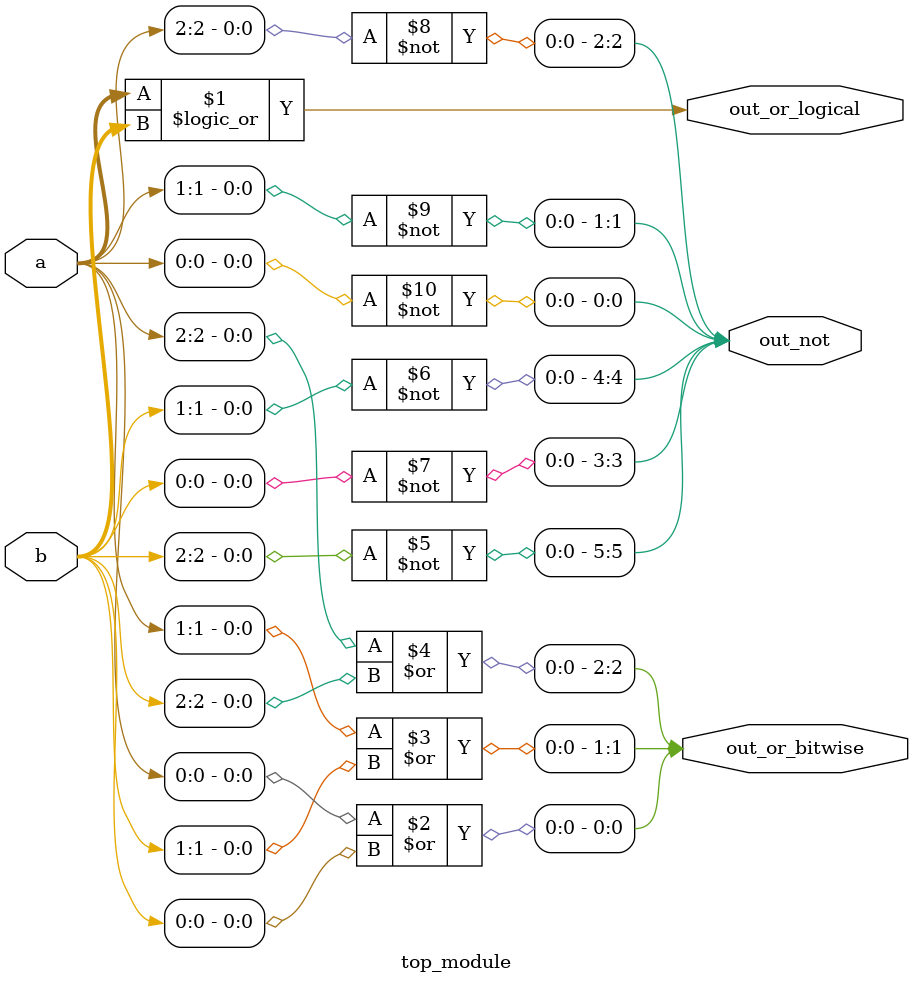
<source format=v>
module top_module( 
    input [2:0] a,
    input [2:0] b,
    output [2:0] out_or_bitwise,
    output out_or_logical,
    output [5:0] out_not
);
assign out_or_logical = a||b;//logic OR
    assign out_or_bitwise[0]= a[0]|b[0];//bitwise OR
    assign out_or_bitwise[1]= a[1]|b[1];
    assign out_or_bitwise[2]= a[2]|b[2];
    
    assign out_not[5]= ~b[2];
    assign out_not[4]= ~b[1];
    assign out_not[3]= ~b[0];
    assign out_not[2]= ~a[2];
    assign out_not[1]= ~a[1];
    assign out_not[0]= ~a[0];
endmodule
</source>
